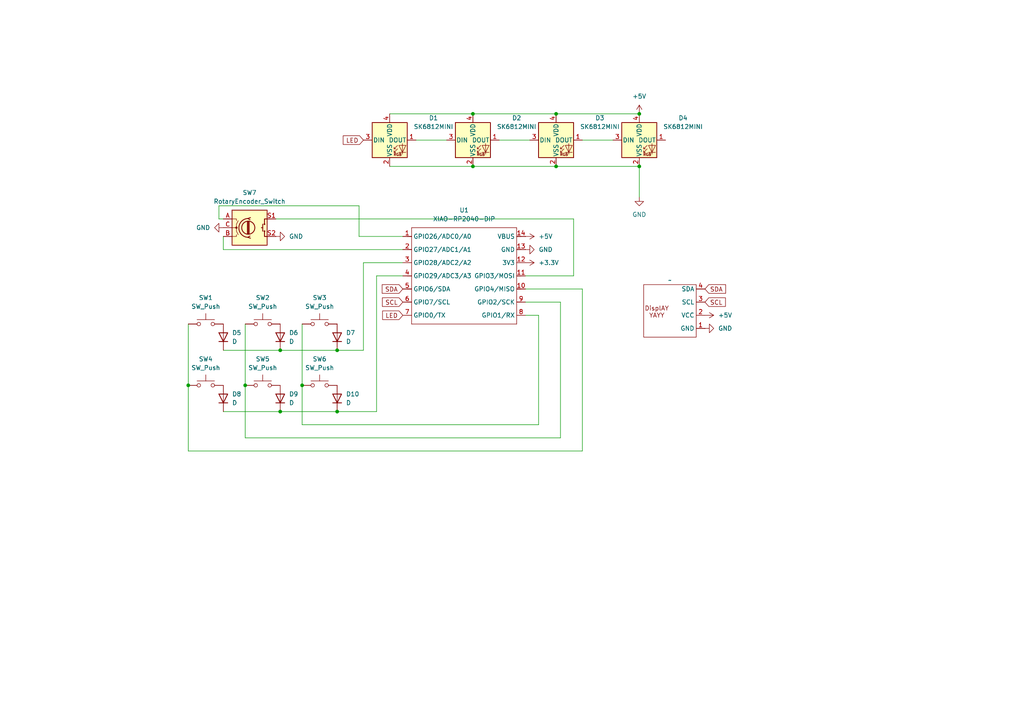
<source format=kicad_sch>
(kicad_sch (version 20250114) (generator "eeschema") (generator_version "9.0")
  (paper "A4")
  (lib_symbols
    (symbol "Device:D" (pin_numbers (hide yes)) (pin_names (offset 1.016) (hide yes))
      (property "Reference" "D" (at 0 2.54 0))
      (property "Value" "D" (at 0 -2.54 0))
      (symbol "D_0_1"
        (polyline (pts (xy -1.27 1.27) (xy -1.27 -1.27)) (stroke (width 0.254)))
        (polyline (pts (xy 1.27 1.27) (xy 1.27 -1.27) (xy -1.27 0) (xy 1.27 1.27)) (stroke (width 0.254)))
        (polyline (pts (xy 1.27 0) (xy -1.27 0)))
      )
      (symbol "D_1_1"
        (pin passive line (at -3.81 0 0) (length 2.54) (name "K") (number "1"))
        (pin passive line (at 3.81 0 180) (length 2.54) (name "A") (number "2"))
      )
    )
    (symbol "Device:RotaryEncoder_Switch" (pin_names (offset 0.254) (hide yes))
      (property "Reference" "SW" (at 0 6.604 0))
      (property "Value" "RotaryEncoder_Switch" (at 0 -6.604 0))
      (symbol "RotaryEncoder_Switch_0_1"
        (rectangle (start -5.08 5.08) (end 5.08 -5.08) (stroke (width 0.254)) (fill (type background)))
        (polyline (pts (xy -5.08 2.54) (xy -3.81 2.54) (xy -3.81 2.032)))
        (polyline (pts (xy -5.08 0) (xy -3.81 0) (xy -3.81 -1.016) (xy -3.302 -2.032)))
        (polyline (pts (xy -5.08 -2.54) (xy -3.81 -2.54) (xy -3.81 -2.032)))
        (polyline (pts (xy -4.318 0) (xy -3.81 0) (xy -3.81 1.016) (xy -3.302 2.032)))
        (circle (center -3.81 0) (radius 0.254) (fill (type outline)))
        (polyline (pts (xy -0.635 -1.778) (xy -0.635 1.778)) (stroke (width 0.254)))
        (circle (center -0.381 0) (radius 1.905) (stroke (width 0.254)))
        (polyline (pts (xy -0.381 -1.778) (xy -0.381 1.778)) (stroke (width 0.254)))
        (arc (start -0.381 -2.794) (mid -3.0988 -0.0635) (end -0.381 2.667) (stroke (width 0.254)))
        (polyline (pts (xy -0.127 1.778) (xy -0.127 -1.778)) (stroke (width 0.254)))
        (polyline (pts (xy 0.254 2.921) (xy -0.508 2.667) (xy 0.127 2.286)) (stroke (width 0.254)))
        (polyline (pts (xy 0.254 -3.048) (xy -0.508 -2.794) (xy 0.127 -2.413)) (stroke (width 0.254)))
        (polyline (pts (xy 3.81 1.016) (xy 3.81 -1.016)) (stroke (width 0.254)))
        (polyline (pts (xy 3.81 0) (xy 3.429 0)) (stroke (width 0.254)))
        (circle (center 4.318 1.016) (radius 0.127) (stroke (width 0.254)))
        (circle (center 4.318 -1.016) (radius 0.127) (stroke (width 0.254)))
        (polyline (pts (xy 5.08 2.54) (xy 4.318 2.54) (xy 4.318 1.016)) (stroke (width 0.254)))
        (polyline (pts (xy 5.08 -2.54) (xy 4.318 -2.54) (xy 4.318 -1.016)) (stroke (width 0.254)))
      )
      (symbol "RotaryEncoder_Switch_1_1"
        (pin passive line (at -7.62 2.54 0) (length 2.54) (name "A") (number "A"))
        (pin passive line (at -7.62 0 0) (length 2.54) (name "C") (number "C"))
        (pin passive line (at -7.62 -2.54 0) (length 2.54) (name "B") (number "B"))
        (pin passive line (at 7.62 2.54 180) (length 2.54) (name "S1") (number "S1"))
        (pin passive line (at 7.62 -2.54 180) (length 2.54) (name "S2") (number "S2"))
      )
    )
    (symbol "LED:SK6812MINI" (pin_names (offset 0.254))
      (property "Reference" "D" (at 5.08 5.715 0))
      (property "Value" "SK6812MINI" (at 1.27 -5.715 0))
      (symbol "SK6812MINI_0_0"
        (text "RGB" (at 2.286 -4.191 0) (effects (font (size 0.762 0.762))))
      )
      (symbol "SK6812MINI_0_1"
        (polyline (pts (xy 1.27 -2.54) (xy 1.778 -2.54)))
        (polyline (pts (xy 1.27 -3.556) (xy 1.778 -3.556)))
        (polyline (pts (xy 2.286 -1.524) (xy 1.27 -2.54) (xy 1.27 -2.032)))
        (polyline (pts (xy 2.286 -2.54) (xy 1.27 -3.556) (xy 1.27 -3.048)))
        (polyline (pts (xy 3.683 -1.016) (xy 3.683 -3.556) (xy 3.683 -4.064)))
        (polyline (pts (xy 4.699 -1.524) (xy 2.667 -1.524) (xy 3.683 -3.556) (xy 4.699 -1.524)))
        (polyline (pts (xy 4.699 -3.556) (xy 2.667 -3.556)))
        (rectangle (start 5.08 5.08) (end -5.08 -5.08) (stroke (width 0.254)) (fill (type background)))
      )
      (symbol "SK6812MINI_1_1"
        (pin input line (at -7.62 0 0) (length 2.54) (name "DIN") (number "3"))
        (pin power_in line (at 0 7.62 270) (length 2.54) (name "VDD") (number "4"))
        (pin power_in line (at 0 -7.62 90) (length 2.54) (name "VSS") (number "2"))
        (pin output line (at 7.62 0 180) (length 2.54) (name "DOUT") (number "1"))
      )
    )
    (symbol "OPL:XIAO-RP2040-DIP"
      (property "Reference" "U" (at 0 0 0))
      (property "Value" "XIAO-RP2040-DIP" (at 5.334 -1.778 0))
      (symbol "XIAO-RP2040-DIP_1_0"
        (polyline (pts (xy -1.27 -2.54) (xy 29.21 -2.54)) (stroke (width 0.1524)))
        (polyline (pts (xy -1.27 -5.08) (xy -2.54 -5.08)) (stroke (width 0.1524)))
        (polyline (pts (xy -1.27 -5.08) (xy -1.27 -2.54)) (stroke (width 0.1524)))
        (polyline (pts (xy -1.27 -8.89) (xy -2.54 -8.89)) (stroke (width 0.1524)))
        (polyline (pts (xy -1.27 -8.89) (xy -1.27 -5.08)) (stroke (width 0.1524)))
        (polyline (pts (xy -1.27 -12.7) (xy -2.54 -12.7)) (stroke (width 0.1524)))
        (polyline (pts (xy -1.27 -12.7) (xy -1.27 -8.89)) (stroke (width 0.1524)))
        (polyline (pts (xy -1.27 -16.51) (xy -2.54 -16.51)) (stroke (width 0.1524)))
        (polyline (pts (xy -1.27 -16.51) (xy -1.27 -12.7)) (stroke (width 0.1524)))
        (polyline (pts (xy -1.27 -20.32) (xy -2.54 -20.32)) (stroke (width 0.1524)))
        (polyline (pts (xy -1.27 -24.13) (xy -2.54 -24.13)) (stroke (width 0.1524)))
        (polyline (pts (xy -1.27 -27.94) (xy -2.54 -27.94)) (stroke (width 0.1524)))
        (polyline (pts (xy -1.27 -30.48) (xy -1.27 -16.51)) (stroke (width 0.1524)))
        (polyline (pts (xy 29.21 -2.54) (xy 29.21 -5.08)) (stroke (width 0.1524)))
        (polyline (pts (xy 29.21 -5.08) (xy 29.21 -8.89)) (stroke (width 0.1524)))
        (polyline (pts (xy 29.21 -8.89) (xy 29.21 -12.7)) (stroke (width 0.1524)))
        (polyline (pts (xy 29.21 -12.7) (xy 29.21 -30.48)) (stroke (width 0.1524)))
        (polyline (pts (xy 29.21 -30.48) (xy -1.27 -30.48)) (stroke (width 0.1524)))
        (polyline (pts (xy 30.48 -5.08) (xy 29.21 -5.08)) (stroke (width 0.1524)))
        (polyline (pts (xy 30.48 -8.89) (xy 29.21 -8.89)) (stroke (width 0.1524)))
        (polyline (pts (xy 30.48 -12.7) (xy 29.21 -12.7)) (stroke (width 0.1524)))
        (polyline (pts (xy 30.48 -16.51) (xy 29.21 -16.51)) (stroke (width 0.1524)))
        (polyline (pts (xy 30.48 -20.32) (xy 29.21 -20.32)) (stroke (width 0.1524)))
        (polyline (pts (xy 30.48 -24.13) (xy 29.21 -24.13)) (stroke (width 0.1524)))
        (polyline (pts (xy 30.48 -27.94) (xy 29.21 -27.94)) (stroke (width 0.1524)))
        (pin passive line (at -3.81 -5.08 0) (length 2.54) (name "GPIO26/ADC0/A0") (number "1"))
        (pin passive line (at -3.81 -8.89 0) (length 2.54) (name "GPIO27/ADC1/A1") (number "2"))
        (pin passive line (at -3.81 -12.7 0) (length 2.54) (name "GPIO28/ADC2/A2") (number "3"))
        (pin passive line (at -3.81 -16.51 0) (length 2.54) (name "GPIO29/ADC3/A3") (number "4"))
        (pin passive line (at -3.81 -20.32 0) (length 2.54) (name "GPIO6/SDA") (number "5"))
        (pin passive line (at -3.81 -24.13 0) (length 2.54) (name "GPIO7/SCL") (number "6"))
        (pin passive line (at -3.81 -27.94 0) (length 2.54) (name "GPIO0/TX") (number "7"))
        (pin passive line (at 31.75 -5.08 180) (length 2.54) (name "VBUS") (number "14"))
        (pin passive line (at 31.75 -8.89 180) (length 2.54) (name "GND") (number "13"))
        (pin passive line (at 31.75 -12.7 180) (length 2.54) (name "3V3") (number "12"))
        (pin passive line (at 31.75 -16.51 180) (length 2.54) (name "GPIO3/MOSI") (number "11"))
        (pin passive line (at 31.75 -20.32 180) (length 2.54) (name "GPIO4/MISO") (number "10"))
        (pin passive line (at 31.75 -24.13 180) (length 2.54) (name "GPIO2/SCK") (number "9"))
        (pin passive line (at 31.75 -27.94 180) (length 2.54) (name "GPIO1/RX") (number "8"))
      )
    )
    (symbol "Oled-ssd1306-0.91-display_1"
      (symbol "Oled-ssd1306-0.91-display_1_0_1"
        (rectangle (start -7.62 7.62) (end 7.62 -7.62))
      )
      (symbol "Oled-ssd1306-0.91-display_1_1_1"
        (text "DisplAY\nYAYY" (at -3.81 -0.254 0) (effects (font (size 1.27 1.27))))
        (pin input line (at 10.16 6.35 180) (length 2.54) (name "SDA") (number "4"))
        (pin input line (at 10.16 2.54 180) (length 2.54) (name "SCL") (number "3"))
        (pin input line (at 10.16 -1.27 180) (length 2.54) (name "VCC") (number "2"))
        (pin input line (at 10.16 -5.08 180) (length 2.54) (name "GND") (number "1"))
      )
    )
    (symbol "Switch:SW_Push" (pin_numbers (hide yes)) (pin_names (offset 1.016) (hide yes))
      (property "Reference" "SW" (at 1.27 2.54 0))
      (property "Value" "SW_Push" (at 0 -1.524 0))
      (symbol "SW_Push_0_1"
        (circle (center -2.032 0) (radius 0.508))
        (polyline (pts (xy 0 1.27) (xy 0 3.048)))
        (circle (center 2.032 0) (radius 0.508))
        (polyline (pts (xy 2.54 1.27) (xy -2.54 1.27)))
        (pin passive line (at -5.08 0 0) (length 2.54) (name "1") (number "1"))
        (pin passive line (at 5.08 0 180) (length 2.54) (name "2") (number "2"))
      )
    )
    (symbol "power:+3.3V" (power) (pin_numbers (hide yes)) (pin_names (offset 0) (hide yes))
      (property "Value" "+3.3V" (at 0 3.556 0))
      (symbol "+3.3V_0_1"
        (polyline (pts (xy -0.762 1.27) (xy 0 2.54)))
        (polyline (pts (xy 0 2.54) (xy 0.762 1.27)))
        (polyline (pts (xy 0 0) (xy 0 2.54)))
      )
      (symbol "+3.3V_1_1"
        (pin power_in line (at 0 0 90) (length 0) (name "~") (number "1"))
      )
    )
    (symbol "power:+5V" (power) (pin_numbers (hide yes)) (pin_names (offset 0) (hide yes))
      (property "Value" "+5V" (at 0 3.556 0))
      (symbol "+5V_0_1"
        (polyline (pts (xy -0.762 1.27) (xy 0 2.54)))
        (polyline (pts (xy 0 2.54) (xy 0.762 1.27)))
        (polyline (pts (xy 0 0) (xy 0 2.54)))
      )
      (symbol "+5V_1_1"
        (pin power_in line (at 0 0 90) (length 0) (name "~") (number "1"))
      )
    )
    (symbol "power:GND" (power) (pin_numbers (hide yes)) (pin_names (offset 0) (hide yes))
      (property "Value" "GND" (at 0 -3.81 0))
      (symbol "GND_0_1"
        (polyline (pts (xy 0 0) (xy 0 -1.27) (xy 1.27 -1.27) (xy 0 -2.54) (xy -1.27 -1.27) (xy 0 -1.27)))
      )
      (symbol "GND_1_1"
        (pin power_in line (at 0 0 270) (length 0) (name "~") (number "1"))
      )
    )
  )
  (junction (at 161.29 33.02))
  (junction (at 54.61 111.76))
  (junction (at 97.79 101.6))
  (junction (at 185.42 48.26))
  (junction (at 87.63 111.76))
  (junction (at 161.29 48.26))
  (junction (at 185.42 33.02))
  (junction (at 81.28 119.38))
  (junction (at 97.79 119.38))
  (junction (at 81.28 101.6))
  (junction (at 71.12 111.76))
  (junction (at 137.16 48.26))
  (junction (at 137.16 33.02))
  (wire (pts (xy 162.56 87.63) (xy 152.4 87.63)))
  (wire (pts (xy 63.5 63.5) (xy 63.5 59.69)))
  (wire (pts (xy 168.91 83.82) (xy 152.4 83.82)))
  (wire (pts (xy 54.61 111.76) (xy 54.61 130.81)))
  (wire (pts (xy 64.77 63.5) (xy 63.5 63.5)))
  (wire (pts (xy 156.21 123.19) (xy 156.21 91.44)))
  (wire (pts (xy 137.16 48.26) (xy 161.29 48.26)))
  (wire (pts (xy 54.61 130.81) (xy 168.91 130.81)))
  (wire (pts (xy 168.91 40.64) (xy 177.8 40.64)))
  (wire (pts (xy 71.12 111.76) (xy 71.12 127)))
  (wire (pts (xy 64.77 119.38) (xy 81.28 119.38)))
  (wire (pts (xy 166.37 63.5) (xy 166.37 80.01)))
  (wire (pts (xy 113.03 33.02) (xy 137.16 33.02)))
  (wire (pts (xy 104.14 68.58) (xy 116.84 68.58)))
  (wire (pts (xy 137.16 33.02) (xy 161.29 33.02)))
  (wire (pts (xy 168.91 130.81) (xy 168.91 83.82)))
  (wire (pts (xy 71.12 127) (xy 162.56 127)))
  (wire (pts (xy 80.01 63.5) (xy 166.37 63.5)))
  (wire (pts (xy 113.03 48.26) (xy 137.16 48.26)))
  (wire (pts (xy 161.29 48.26) (xy 185.42 48.26)))
  (wire (pts (xy 161.29 33.02) (xy 185.42 33.02)))
  (wire (pts (xy 144.78 40.64) (xy 153.67 40.64)))
  (wire (pts (xy 97.79 101.6) (xy 105.41 101.6)))
  (wire (pts (xy 97.79 119.38) (xy 109.22 119.38)))
  (wire (pts (xy 105.41 76.2) (xy 116.84 76.2)))
  (wire (pts (xy 54.61 93.98) (xy 54.61 111.76)))
  (wire (pts (xy 185.42 48.26) (xy 185.42 57.15)))
  (wire (pts (xy 81.28 101.6) (xy 97.79 101.6)))
  (wire (pts (xy 64.77 68.58) (xy 64.77 72.39)))
  (wire (pts (xy 120.65 40.64) (xy 129.54 40.64)))
  (wire (pts (xy 71.12 93.98) (xy 71.12 111.76)))
  (wire (pts (xy 64.77 72.39) (xy 116.84 72.39)))
  (wire (pts (xy 87.63 111.76) (xy 87.63 123.19)))
  (wire (pts (xy 156.21 91.44) (xy 152.4 91.44)))
  (wire (pts (xy 162.56 127) (xy 162.56 87.63)))
  (wire (pts (xy 64.77 101.6) (xy 81.28 101.6)))
  (wire (pts (xy 105.41 101.6) (xy 105.41 76.2)))
  (wire (pts (xy 109.22 119.38) (xy 109.22 80.01)))
  (wire (pts (xy 63.5 59.69) (xy 104.14 59.69)))
  (wire (pts (xy 109.22 80.01) (xy 116.84 80.01)))
  (wire (pts (xy 87.63 123.19) (xy 156.21 123.19)))
  (wire (pts (xy 104.14 59.69) (xy 104.14 68.58)))
  (wire (pts (xy 166.37 80.01) (xy 152.4 80.01)))
  (wire (pts (xy 81.28 119.38) (xy 97.79 119.38)))
  (wire (pts (xy 87.63 93.98) (xy 87.63 111.76)))
  (global_label "SCL" (shape input) (at 116.84 87.63 180) (property "Intersheetrefs" "${INTERSHEET_REFS}" (effects (hide yes))))
  (global_label "LED" (shape input) (at 116.84 91.44 180) (property "Intersheetrefs" "${INTERSHEET_REFS}" (effects (hide yes))))
  (global_label "SDA" (shape input) (at 116.84 83.82 180) (property "Intersheetrefs" "${INTERSHEET_REFS}" (effects (hide yes))))
  (global_label "LED" (shape input) (at 105.41 40.64 180) (property "Intersheetrefs" "${INTERSHEET_REFS}" (effects (hide yes))))
  (global_label "SCL" (shape input) (at 204.47 87.63 0) (property "Intersheetrefs" "${INTERSHEET_REFS}" (effects (hide yes))))
  (global_label "SDA" (shape input) (at 204.47 83.82 0) (property "Intersheetrefs" "${INTERSHEET_REFS}" (effects (hide yes))))
  (symbol (lib_id "power:+3.3V") (at 152.4 76.2 270) (unit 1)
    (property "Reference" "#PWR07" (effects (hide yes)))
    (property "Value" "+3.3V" (at 156.21 76.1999 90) (effects (justify left)))
    (property "Description" "Power symbol creates a global label with name \"+3.3V\"" (effects (hide yes)))
  )
  (symbol (lib_id "LED:SK6812MINI") (at 161.29 40.64 0) (unit 1)
    (property "Reference" "D3" (at 173.99 34.2198 0))
    (property "Value" "SK6812MINI" (at 173.99 36.7598 0))
    (property "Footprint" "LED_SMD:LED_SK6812MINI_PLCC4_3.5x3.5mm_P1.75mm" (effects (hide yes)))
    (property "Datasheet" "https://cdn-shop.adafruit.com/product-files/2686/SK6812MINI_REV.01-1-2.pdf" (effects (hide yes)))
    (property "Description" "RGB LED with integrated controller" (effects (hide yes)))
  )
  (symbol (lib_id "Device:D") (at 64.77 115.57 90) (unit 1)
    (property "Reference" "D8" (at 67.31 114.2999 90) (effects (justify right)))
    (property "Value" "D" (at 67.31 116.8399 90) (effects (justify right)))
    (property "Footprint" "Diode_THT:D_DO-35_SOD27_P7.62mm_Horizontal" (effects (hide yes)))
    (property "Description" "Diode" (effects (hide yes)))
    (property "Sim.Device" "D" (effects (hide yes)))
    (property "Sim.Pins" "1=K 2=A" (effects (hide yes)))
  )
  (symbol (lib_id "LED:SK6812MINI") (at 185.42 40.64 0) (unit 1)
    (property "Reference" "D4" (at 198.12 34.2198 0))
    (property "Value" "SK6812MINI" (at 198.12 36.7598 0))
    (property "Footprint" "LED_SMD:LED_SK6812MINI_PLCC4_3.5x3.5mm_P1.75mm" (effects (hide yes)))
    (property "Datasheet" "https://cdn-shop.adafruit.com/product-files/2686/SK6812MINI_REV.01-1-2.pdf" (effects (hide yes)))
    (property "Description" "RGB LED with integrated controller" (effects (hide yes)))
  )
  (symbol (lib_id "power:GND") (at 204.47 95.25 90) (unit 1)
    (property "Reference" "#PWR011" (effects (hide yes)))
    (property "Value" "GND" (at 208.28 95.2499 90) (effects (justify right)))
    (property "Description" "Power symbol creates a global label with name \"GND\" , ground" (effects (hide yes)))
  )
  (symbol (lib_id "Switch:SW_Push") (at 92.71 93.98 0) (unit 1)
    (property "Reference" "SW3" (at 92.71 86.36 0))
    (property "Value" "SW_Push" (at 92.71 88.9 0))
    (property "Footprint" "Button_Switch_Keyboard:SW_Cherry_MX_1.00u_PCB" (effects (hide yes)))
    (property "Description" "Push button switch, generic, two pins" (effects (hide yes)))
  )
  (symbol (lib_id "Switch:SW_Push") (at 76.2 111.76 0) (unit 1)
    (property "Reference" "SW5" (at 76.2 104.14 0))
    (property "Value" "SW_Push" (at 76.2 106.68 0))
    (property "Footprint" "Button_Switch_Keyboard:SW_Cherry_MX_1.00u_PCB" (effects (hide yes)))
    (property "Description" "Push button switch, generic, two pins" (effects (hide yes)))
  )
  (symbol (lib_id "Device:RotaryEncoder_Switch") (at 72.39 66.04 0) (unit 1)
    (property "Reference" "SW7" (at 72.39 55.88 0))
    (property "Value" "RotaryEncoder_Switch" (at 72.39 58.42 0))
    (property "Footprint" "Rotary:RotaryEncoder_Alps_EC11E-Switch_Vertical_H20mm_CircularMountingHoles" (effects (hide yes)))
    (property "Description" "Rotary encoder, dual channel, incremental quadrate outputs, with switch" (effects (hide yes)))
  )
  (symbol (lib_name "Oled-ssd1306-0.91-display_1") (lib_id "OPL:Oled-ssd1306-0.91-display") (at 194.31 90.17 0) (unit 1)
    (property "Reference" "U3" (effects (hide yes)))
    (property "Value" "~" (at 194.31 81.28 0))
    (property "Footprint" "OLED:SSD1306-0.91-OLED-4pin-128x32" (effects (hide yes)))
  )
  (symbol (lib_id "power:+5V") (at 185.42 33.02 0) (unit 1)
    (property "Reference" "#PWR03" (effects (hide yes)))
    (property "Value" "+5V" (at 185.42 27.94 0))
    (property "Description" "Power symbol creates a global label with name \"+5V\"" (effects (hide yes)))
  )
  (symbol (lib_id "Switch:SW_Push") (at 92.71 111.76 0) (unit 1)
    (property "Reference" "SW6" (at 92.71 104.14 0))
    (property "Value" "SW_Push" (at 92.71 106.68 0))
    (property "Footprint" "Button_Switch_Keyboard:SW_Cherry_MX_1.00u_PCB" (effects (hide yes)))
    (property "Description" "Push button switch, generic, two pins" (effects (hide yes)))
  )
  (symbol (lib_id "power:+5V") (at 204.47 91.44 270) (unit 1)
    (property "Reference" "#PWR08" (effects (hide yes)))
    (property "Value" "+5V" (at 208.28 91.4399 90) (effects (justify left)))
    (property "Description" "Power symbol creates a global label with name \"+5V\"" (effects (hide yes)))
  )
  (symbol (lib_id "power:+5V") (at 152.4 68.58 270) (unit 1)
    (property "Reference" "#PWR02" (effects (hide yes)))
    (property "Value" "+5V" (at 156.21 68.5799 90) (effects (justify left)))
    (property "Description" "Power symbol creates a global label with name \"+5V\"" (effects (hide yes)))
  )
  (symbol (lib_id "Device:D") (at 81.28 115.57 90) (unit 1)
    (property "Reference" "D9" (at 83.82 114.2999 90) (effects (justify right)))
    (property "Value" "D" (at 83.82 116.8399 90) (effects (justify right)))
    (property "Footprint" "Diode_THT:D_DO-35_SOD27_P7.62mm_Horizontal" (effects (hide yes)))
    (property "Description" "Diode" (effects (hide yes)))
    (property "Sim.Device" "D" (effects (hide yes)))
    (property "Sim.Pins" "1=K 2=A" (effects (hide yes)))
  )
  (symbol (lib_id "Device:D") (at 97.79 115.57 90) (unit 1)
    (property "Reference" "D10" (at 100.33 114.2999 90) (effects (justify right)))
    (property "Value" "D" (at 100.33 116.8399 90) (effects (justify right)))
    (property "Footprint" "Diode_THT:D_DO-35_SOD27_P7.62mm_Horizontal" (effects (hide yes)))
    (property "Description" "Diode" (effects (hide yes)))
    (property "Sim.Device" "D" (effects (hide yes)))
    (property "Sim.Pins" "1=K 2=A" (effects (hide yes)))
  )
  (symbol (lib_id "LED:SK6812MINI") (at 137.16 40.64 0) (unit 1)
    (property "Reference" "D2" (at 149.86 34.2198 0))
    (property "Value" "SK6812MINI" (at 149.86 36.7598 0))
    (property "Footprint" "LED_SMD:LED_SK6812MINI_PLCC4_3.5x3.5mm_P1.75mm" (effects (hide yes)))
    (property "Datasheet" "https://cdn-shop.adafruit.com/product-files/2686/SK6812MINI_REV.01-1-2.pdf" (effects (hide yes)))
    (property "Description" "RGB LED with integrated controller" (effects (hide yes)))
  )
  (symbol (lib_id "power:GND") (at 185.42 57.15 0) (unit 1)
    (property "Reference" "#PWR04" (effects (hide yes)))
    (property "Value" "GND" (at 185.42 62.23 0))
    (property "Description" "Power symbol creates a global label with name \"GND\" , ground" (effects (hide yes)))
  )
  (symbol (lib_id "Device:D") (at 64.77 97.79 90) (unit 1)
    (property "Reference" "D5" (at 67.31 96.5199 90) (effects (justify right)))
    (property "Value" "D" (at 67.31 99.0599 90) (effects (justify right)))
    (property "Footprint" "Diode_THT:D_DO-35_SOD27_P7.62mm_Horizontal" (effects (hide yes)))
    (property "Description" "Diode" (effects (hide yes)))
    (property "Sim.Device" "D" (effects (hide yes)))
    (property "Sim.Pins" "1=K 2=A" (effects (hide yes)))
  )
  (symbol (lib_id "Switch:SW_Push") (at 59.69 111.76 0) (unit 1)
    (property "Reference" "SW4" (at 59.69 104.14 0))
    (property "Value" "SW_Push" (at 59.69 106.68 0))
    (property "Footprint" "Button_Switch_Keyboard:SW_Cherry_MX_1.00u_PCB" (effects (hide yes)))
    (property "Description" "Push button switch, generic, two pins" (effects (hide yes)))
  )
  (symbol (lib_id "Device:D") (at 81.28 97.79 90) (unit 1)
    (property "Reference" "D6" (at 83.82 96.5199 90) (effects (justify right)))
    (property "Value" "D" (at 83.82 99.0599 90) (effects (justify right)))
    (property "Footprint" "Diode_THT:D_DO-35_SOD27_P7.62mm_Horizontal" (effects (hide yes)))
    (property "Description" "Diode" (effects (hide yes)))
    (property "Sim.Device" "D" (effects (hide yes)))
    (property "Sim.Pins" "1=K 2=A" (effects (hide yes)))
  )
  (symbol (lib_id "power:GND") (at 80.01 68.58 90) (unit 1)
    (property "Reference" "#PWR06" (effects (hide yes)))
    (property "Value" "GND" (at 83.82 68.5799 90) (effects (justify right)))
    (property "Description" "Power symbol creates a global label with name \"GND\" , ground" (effects (hide yes)))
  )
  (symbol (lib_id "OPL:XIAO-RP2040-DIP") (at 120.65 63.5 0) (unit 1)
    (property "Reference" "U1" (at 134.62 60.96 0))
    (property "Value" "XIAO-RP2040-DIP" (at 134.62 63.5 0))
    (property "Footprint" "OPL:XIAO-RP2040-DIP" (effects (hide yes)))
  )
  (symbol (lib_id "Switch:SW_Push") (at 76.2 93.98 0) (unit 1)
    (property "Reference" "SW2" (at 76.2 86.36 0))
    (property "Value" "SW_Push" (at 76.2 88.9 0))
    (property "Footprint" "Button_Switch_Keyboard:SW_Cherry_MX_1.00u_PCB" (effects (hide yes)))
    (property "Description" "Push button switch, generic, two pins" (effects (hide yes)))
  )
  (symbol (lib_id "Device:D") (at 97.79 97.79 90) (unit 1)
    (property "Reference" "D7" (at 100.33 96.5199 90) (effects (justify right)))
    (property "Value" "D" (at 100.33 99.0599 90) (effects (justify right)))
    (property "Footprint" "Diode_THT:D_DO-35_SOD27_P7.62mm_Horizontal" (effects (hide yes)))
    (property "Description" "Diode" (effects (hide yes)))
    (property "Sim.Device" "D" (effects (hide yes)))
    (property "Sim.Pins" "1=K 2=A" (effects (hide yes)))
  )
  (symbol (lib_id "power:GND") (at 64.77 66.04 270) (unit 1)
    (property "Reference" "#PWR05" (effects (hide yes)))
    (property "Value" "GND" (at 60.96 66.0399 90) (effects (justify right)))
    (property "Description" "Power symbol creates a global label with name \"GND\" , ground" (effects (hide yes)))
  )
  (symbol (lib_id "power:GND") (at 152.4 72.39 90) (unit 1)
    (property "Reference" "#PWR01" (effects (hide yes)))
    (property "Value" "GND" (at 156.21 72.3899 90) (effects (justify right)))
    (property "Description" "Power symbol creates a global label with name \"GND\" , ground" (effects (hide yes)))
  )
  (symbol (lib_id "LED:SK6812MINI") (at 113.03 40.64 0) (unit 1)
    (property "Reference" "D1" (at 125.73 34.2198 0))
    (property "Value" "SK6812MINI" (at 125.73 36.7598 0))
    (property "Footprint" "LED_SMD:LED_SK6812MINI_PLCC4_3.5x3.5mm_P1.75mm" (effects (hide yes)))
    (property "Datasheet" "https://cdn-shop.adafruit.com/product-files/2686/SK6812MINI_REV.01-1-2.pdf" (effects (hide yes)))
    (property "Description" "RGB LED with integrated controller" (effects (hide yes)))
  )
  (symbol (lib_id "Switch:SW_Push") (at 59.69 93.98 0) (unit 1)
    (property "Reference" "SW1" (at 59.69 86.36 0))
    (property "Value" "SW_Push" (at 59.69 88.9 0))
    (property "Footprint" "Button_Switch_Keyboard:SW_Cherry_MX_1.00u_PCB" (effects (hide yes)))
    (property "Description" "Push button switch, generic, two pins" (effects (hide yes)))
  )
)
</source>
